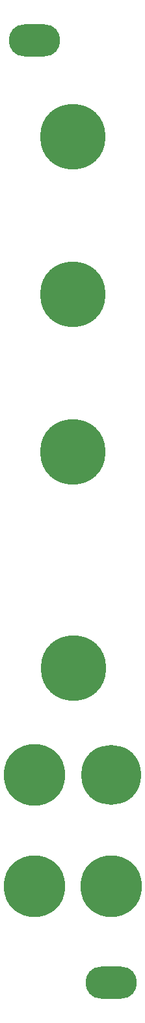
<source format=gtl>
G04 #@! TF.GenerationSoftware,KiCad,Pcbnew,8.0.6-8.0.6-0~ubuntu22.04.1*
G04 #@! TF.CreationDate,2025-04-15T21:33:21+01:00*
G04 #@! TF.ProjectId,RP2040-VCO,52503230-3430-42d5-9643-4f2e6b696361,rev?*
G04 #@! TF.SameCoordinates,Original*
G04 #@! TF.FileFunction,Copper,L1,Top*
G04 #@! TF.FilePolarity,Positive*
%FSLAX46Y46*%
G04 Gerber Fmt 4.6, Leading zero omitted, Abs format (unit mm)*
G04 Created by KiCad (PCBNEW 8.0.6-8.0.6-0~ubuntu22.04.1) date 2025-04-15 21:33:21*
%MOMM*%
%LPD*%
G01*
G04 APERTURE LIST*
G04 #@! TA.AperFunction,ComponentPad*
%ADD10O,6.700000X4.200000*%
G04 #@! TD*
G04 #@! TA.AperFunction,ViaPad*
%ADD11C,8.000000*%
G04 #@! TD*
G04 #@! TA.AperFunction,ViaPad*
%ADD12C,8.500000*%
G04 #@! TD*
G04 #@! TA.AperFunction,ViaPad*
%ADD13C,7.800000*%
G04 #@! TD*
G04 APERTURE END LIST*
D10*
X116500000Y-30000000D03*
X126500000Y-152500000D03*
D11*
X116500000Y-140000000D03*
X126500000Y-140000000D03*
D12*
X121500000Y-63000000D03*
D13*
X126500000Y-125500000D03*
D12*
X121500000Y-83500000D03*
X121500000Y-42500000D03*
X121600000Y-111600000D03*
D11*
X116500000Y-125500000D03*
M02*

</source>
